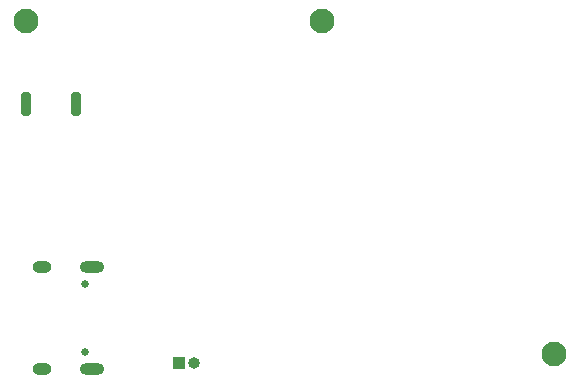
<source format=gbs>
G04 #@! TF.GenerationSoftware,KiCad,Pcbnew,7.0.1-3b83917a11~172~ubuntu22.04.1*
G04 #@! TF.CreationDate,2023-04-18T13:12:10+02:00*
G04 #@! TF.ProjectId,154-watch,3135342d-7761-4746-9368-2e6b69636164,rev?*
G04 #@! TF.SameCoordinates,Original*
G04 #@! TF.FileFunction,Soldermask,Bot*
G04 #@! TF.FilePolarity,Negative*
%FSLAX46Y46*%
G04 Gerber Fmt 4.6, Leading zero omitted, Abs format (unit mm)*
G04 Created by KiCad (PCBNEW 7.0.1-3b83917a11~172~ubuntu22.04.1) date 2023-04-18 13:12:10*
%MOMM*%
%LPD*%
G01*
G04 APERTURE LIST*
G04 Aperture macros list*
%AMRoundRect*
0 Rectangle with rounded corners*
0 $1 Rounding radius*
0 $2 $3 $4 $5 $6 $7 $8 $9 X,Y pos of 4 corners*
0 Add a 4 corners polygon primitive as box body*
4,1,4,$2,$3,$4,$5,$6,$7,$8,$9,$2,$3,0*
0 Add four circle primitives for the rounded corners*
1,1,$1+$1,$2,$3*
1,1,$1+$1,$4,$5*
1,1,$1+$1,$6,$7*
1,1,$1+$1,$8,$9*
0 Add four rect primitives between the rounded corners*
20,1,$1+$1,$2,$3,$4,$5,0*
20,1,$1+$1,$4,$5,$6,$7,0*
20,1,$1+$1,$6,$7,$8,$9,0*
20,1,$1+$1,$8,$9,$2,$3,0*%
G04 Aperture macros list end*
%ADD10C,2.100000*%
%ADD11R,1.000000X1.000000*%
%ADD12O,1.000000X1.000000*%
%ADD13C,0.650000*%
%ADD14O,2.100000X1.000000*%
%ADD15O,1.600000X1.000000*%
%ADD16RoundRect,0.200000X-0.200000X-0.800000X0.200000X-0.800000X0.200000X0.800000X-0.200000X0.800000X0*%
G04 APERTURE END LIST*
D10*
X119120000Y-60140000D03*
D11*
X87350000Y-60950000D03*
D12*
X88620000Y-60950000D03*
D13*
X79400000Y-54235000D03*
X79400000Y-60015000D03*
D14*
X79930000Y-52805000D03*
D15*
X75750000Y-52805000D03*
D14*
X79930000Y-61445000D03*
D15*
X75750000Y-61445000D03*
D10*
X74400000Y-32000000D03*
X99400000Y-32000000D03*
D16*
X74400000Y-39030000D03*
X78600000Y-39030000D03*
M02*

</source>
